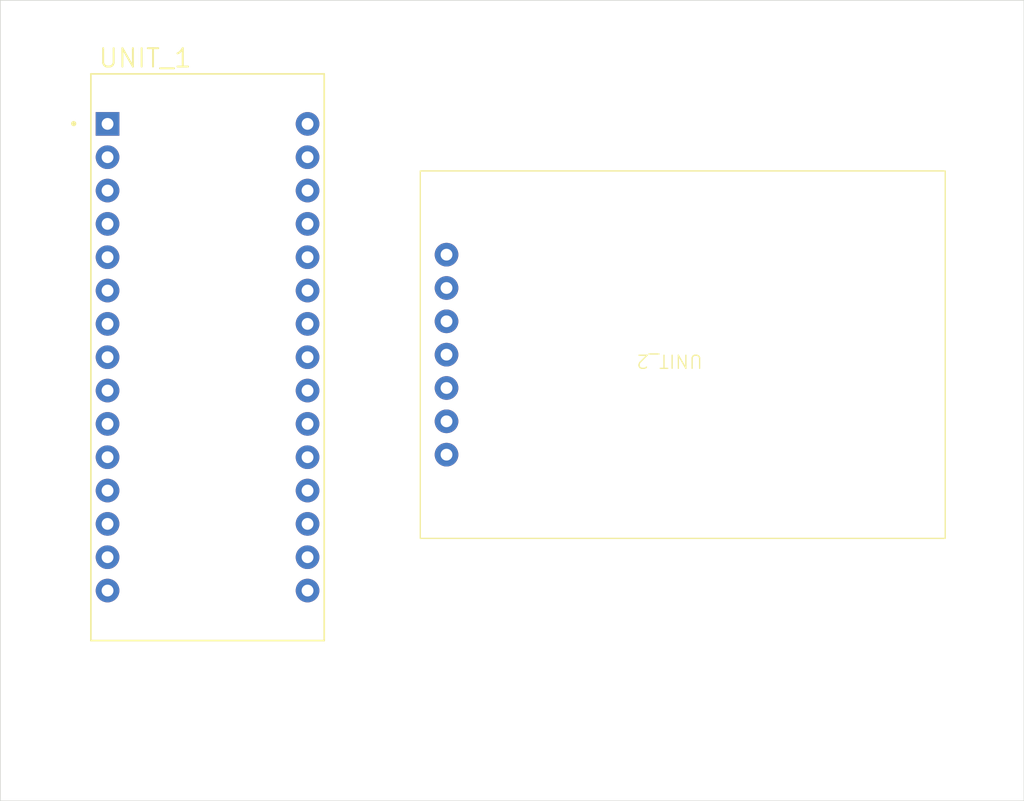
<source format=kicad_pcb>
(kicad_pcb (version 20240108) (generator "pcbnew") (generator_version "8.0")
  (layers (0 "F.Cu" signal) (31 "B.Cu" signal) (34 "B.Paste" user) (35 "F.Paste" user) (36 "B.SilkS" user "B.Silkscreen") (37 "F.SilkS" user "F.Silkscreen") (38 "B.Mask" user) (39 "F.Mask" user) (44 "Edge.Cuts" user))
  (net 0 "")
  (net 1 "Net-(UNIT_1-D11{slash}MOSI)")
  (net 2 "+5V")
  (net 9 "GND")
  (net 16 "Net-(UNIT_1-D12{slash}MISO)")
  (net 25 "Net-(UNIT_1-D13{slash}SCK)")
  (net 28 "Net-(UNIT_1-D10)")
  (footprint "BAJA SAE:HiLetgo CAN Bus" (layer "F.Cu") (at 153 84.5 180)
    (property "Reference" "UNIT_2" (at 0 -0.5 180) (layer "F.SilkS") (effects (font (thickness 0.1))))
    (property "Value" "HiLetgo CAN Bus")
    (fp_rect (start -21 -14) (end 19 14) (stroke (width 0.1)) (fill none) (layer "F.SilkS"))
    (pad "1" thru_hole circle (at 17 -7.62 180) (size 1.8 1.8) (drill 0.9) (layers "*.Cu" "*.Mask"))
    (pad "2" thru_hole circle (at 17 -5.08 180) (size 1.8 1.8) (drill 0.9) (layers "*.Cu" "*.Mask") (net 25 "Net-(UNIT_1-D13{slash}SCK)"))
    (pad "3" thru_hole circle (at 17 -2.54 180) (size 1.8 1.8) (drill 0.9) (layers "*.Cu" "*.Mask") (net 1 "Net-(UNIT_1-D11{slash}MOSI)"))
    (pad "4" thru_hole circle (at 17 0 180) (size 1.8 1.8) (drill 0.9) (layers "*.Cu" "*.Mask") (net 16 "Net-(UNIT_1-D12{slash}MISO)"))
    (pad "5" thru_hole circle (at 17 2.54 180) (size 1.8 1.8) (drill 0.9) (layers "*.Cu" "*.Mask") (net 28 "Net-(UNIT_1-D10)"))
    (pad "6" thru_hole circle (at 17 5.08 180) (size 1.8 1.8) (drill 0.9) (layers "*.Cu" "*.Mask") (net 9 "GND"))
    (pad "7" thru_hole circle (at 17 7.62 180) (size 1.8 1.8) (drill 0.9) (layers "*.Cu" "*.Mask") (net 2 "+5V"))
  )
  (footprint "BAJA SAE:SHIELD_ARDUINO_NANO" (layer "F.Cu") (at 117.79 84.695)
    (property "Reference" "UNIT_1" (at -4.755 -22.789 0) (layer "F.SilkS") (effects (font (size 1.4 1.4))))
    (property "Value" "ARDUINO_NANO")
    (fp_line (start -8.89 -21.59) (end 8.89 -21.59) (stroke (width 0.127)) (layer "F.SilkS"))
    (fp_line (start -8.89 21.59) (end -8.89 -21.59) (stroke (width 0.127)) (layer "F.SilkS"))
    (fp_line (start 8.89 -21.59) (end 8.89 21.59) (stroke (width 0.127)) (layer "F.SilkS"))
    (fp_line (start 8.89 21.59) (end -8.89 21.59) (stroke (width 0.127)) (layer "F.SilkS"))
    (fp_circle (center -10.2 -17.8) (end -10.1 -17.8) (stroke (width 0.2)) (fill none) (layer "F.SilkS"))
    (pad "1" thru_hole rect (at -7.62 -17.78) (size 1.8 1.8) (drill 0.9) (layers "*.Cu" "*.Mask"))
    (pad "2" thru_hole circle (at -7.62 -15.24) (size 1.8 1.8) (drill 0.9) (layers "*.Cu" "*.Mask"))
    (pad "3" thru_hole circle (at -7.62 -12.7) (size 1.8 1.8) (drill 0.9) (layers "*.Cu" "*.Mask"))
    (pad "4" thru_hole circle (at -7.62 -10.16) (size 1.8 1.8) (drill 0.9) (layers "*.Cu" "*.Mask") (net 9 "GND"))
    (pad "5" thru_hole circle (at -7.62 -7.62) (size 1.8 1.8) (drill 0.9) (layers "*.Cu" "*.Mask"))
    (pad "6" thru_hole circle (at -7.62 -5.08) (size 1.8 1.8) (drill 0.9) (layers "*.Cu" "*.Mask"))
    (pad "7" thru_hole circle (at -7.62 -2.54) (size 1.8 1.8) (drill 0.9) (layers "*.Cu" "*.Mask"))
    (pad "8" thru_hole circle (at -7.62 0) (size 1.8 1.8) (drill 0.9) (layers "*.Cu" "*.Mask"))
    (pad "9" thru_hole circle (at -7.62 2.54) (size 1.8 1.8) (drill 0.9) (layers "*.Cu" "*.Mask"))
    (pad "10" thru_hole circle (at -7.62 5.08) (size 1.8 1.8) (drill 0.9) (layers "*.Cu" "*.Mask"))
    (pad "11" thru_hole circle (at -7.62 7.62) (size 1.8 1.8) (drill 0.9) (layers "*.Cu" "*.Mask"))
    (pad "12" thru_hole circle (at -7.62 10.16) (size 1.8 1.8) (drill 0.9) (layers "*.Cu" "*.Mask"))
    (pad "13" thru_hole circle (at -7.62 12.7) (size 1.8 1.8) (drill 0.9) (layers "*.Cu" "*.Mask") (net 28 "Net-(UNIT_1-D10)"))
    (pad "14" thru_hole circle (at -7.62 15.24) (size 1.8 1.8) (drill 0.9) (layers "*.Cu" "*.Mask") (net 1 "Net-(UNIT_1-D11{slash}MOSI)"))
    (pad "15" thru_hole circle (at -7.62 17.78) (size 1.8 1.8) (drill 0.9) (layers "*.Cu" "*.Mask") (net 16 "Net-(UNIT_1-D12{slash}MISO)"))
    (pad "16" thru_hole circle (at 7.62 17.78) (size 1.8 1.8) (drill 0.9) (layers "*.Cu" "*.Mask") (net 25 "Net-(UNIT_1-D13{slash}SCK)"))
    (pad "17" thru_hole circle (at 7.62 15.24) (size 1.8 1.8) (drill 0.9) (layers "*.Cu" "*.Mask"))
    (pad "18" thru_hole circle (at 7.62 12.7) (size 1.8 1.8) (drill 0.9) (layers "*.Cu" "*.Mask"))
    (pad "19" thru_hole circle (at 7.62 10.16) (size 1.8 1.8) (drill 0.9) (layers "*.Cu" "*.Mask"))
    (pad "20" thru_hole circle (at 7.62 7.62) (size 1.8 1.8) (drill 0.9) (layers "*.Cu" "*.Mask"))
    (pad "21" thru_hole circle (at 7.62 5.08) (size 1.8 1.8) (drill 0.9) (layers "*.Cu" "*.Mask"))
    (pad "22" thru_hole circle (at 7.62 2.54) (size 1.8 1.8) (drill 0.9) (layers "*.Cu" "*.Mask"))
    (pad "23" thru_hole circle (at 7.62 0) (size 1.8 1.8) (drill 0.9) (layers "*.Cu" "*.Mask"))
    (pad "24" thru_hole circle (at 7.62 -2.54) (size 1.8 1.8) (drill 0.9) (layers "*.Cu" "*.Mask"))
    (pad "25" thru_hole circle (at 7.62 -5.08) (size 1.8 1.8) (drill 0.9) (layers "*.Cu" "*.Mask"))
    (pad "26" thru_hole circle (at 7.62 -7.62) (size 1.8 1.8) (drill 0.9) (layers "*.Cu" "*.Mask"))
    (pad "27" thru_hole circle (at 7.62 -10.16) (size 1.8 1.8) (drill 0.9) (layers "*.Cu" "*.Mask") (net 2 "+5V"))
    (pad "28" thru_hole circle (at 7.62 -12.7) (size 1.8 1.8) (drill 0.9) (layers "*.Cu" "*.Mask"))
    (pad "29" thru_hole circle (at 7.62 -15.24) (size 1.8 1.8) (drill 0.9) (layers "*.Cu" "*.Mask") (net 9 "GND"))
    (pad "30" thru_hole circle (at 7.62 -17.78) (size 1.8 1.8) (drill 0.9) (layers "*.Cu" "*.Mask"))
  )
  (gr_rect (start 102 57.5) (end 180 118.5) (stroke (width 0.05)) (fill none) (layer "Edge.Cuts"))
)
</source>
